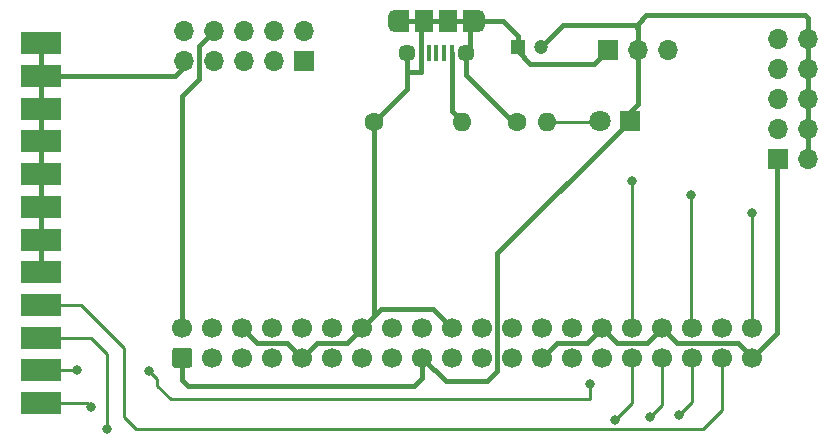
<source format=gbr>
%TF.GenerationSoftware,KiCad,Pcbnew,5.1.12-84ad8e8a86~92~ubuntu18.04.1*%
%TF.CreationDate,2022-06-27T01:27:44+02:00*%
%TF.ProjectId,Parallel-brk,50617261-6c6c-4656-9c2d-62726b2e6b69,rev?*%
%TF.SameCoordinates,Original*%
%TF.FileFunction,Copper,L1,Top*%
%TF.FilePolarity,Positive*%
%FSLAX46Y46*%
G04 Gerber Fmt 4.6, Leading zero omitted, Abs format (unit mm)*
G04 Created by KiCad (PCBNEW 5.1.12-84ad8e8a86~92~ubuntu18.04.1) date 2022-06-27 01:27:44*
%MOMM*%
%LPD*%
G01*
G04 APERTURE LIST*
%TA.AperFunction,SMDPad,CuDef*%
%ADD10R,3.480000X1.846667*%
%TD*%
%TA.AperFunction,ComponentPad*%
%ADD11O,1.700000X1.700000*%
%TD*%
%TA.AperFunction,ComponentPad*%
%ADD12R,1.700000X1.700000*%
%TD*%
%TA.AperFunction,ComponentPad*%
%ADD13O,1.600000X1.600000*%
%TD*%
%TA.AperFunction,ComponentPad*%
%ADD14C,1.600000*%
%TD*%
%TA.AperFunction,SMDPad,CuDef*%
%ADD15R,1.200000X1.900000*%
%TD*%
%TA.AperFunction,ComponentPad*%
%ADD16O,1.200000X1.900000*%
%TD*%
%TA.AperFunction,SMDPad,CuDef*%
%ADD17R,1.500000X1.900000*%
%TD*%
%TA.AperFunction,ComponentPad*%
%ADD18C,1.450000*%
%TD*%
%TA.AperFunction,SMDPad,CuDef*%
%ADD19R,0.400000X1.350000*%
%TD*%
%TA.AperFunction,ComponentPad*%
%ADD20C,1.700000*%
%TD*%
%TA.AperFunction,ComponentPad*%
%ADD21C,1.800000*%
%TD*%
%TA.AperFunction,ComponentPad*%
%ADD22R,1.800000X1.800000*%
%TD*%
%TA.AperFunction,ComponentPad*%
%ADD23C,1.200000*%
%TD*%
%TA.AperFunction,ComponentPad*%
%ADD24R,1.200000X1.200000*%
%TD*%
%TA.AperFunction,ViaPad*%
%ADD25C,0.800000*%
%TD*%
%TA.AperFunction,Conductor*%
%ADD26C,0.400000*%
%TD*%
%TA.AperFunction,Conductor*%
%ADD27C,0.250000*%
%TD*%
G04 APERTURE END LIST*
D10*
%TO.P,J1,25*%
%TO.N,GND*%
X100550000Y-47015000D03*
%TO.P,J1,24*%
X100550000Y-49785000D03*
%TO.P,J1,23*%
X100550000Y-52555000D03*
%TO.P,J1,22*%
X100550000Y-55325000D03*
%TO.P,J1,21*%
X100550000Y-58095000D03*
%TO.P,J1,20*%
X100550000Y-60865000D03*
%TO.P,J1,19*%
X100550000Y-63635000D03*
%TO.P,J1,18*%
X100550000Y-66405000D03*
%TO.P,J1,17*%
%TO.N,/c3*%
X100550000Y-69175000D03*
%TO.P,J1,16*%
%TO.N,/c2*%
X100550000Y-71945000D03*
%TO.P,J1,15*%
%TO.N,/s3*%
X100550000Y-74715000D03*
%TO.P,J1,14*%
%TO.N,/c1*%
X100550000Y-77485000D03*
%TD*%
D11*
%TO.P,J6,10*%
%TO.N,+5V*%
X112690000Y-46010000D03*
%TO.P,J6,9*%
%TO.N,GND*%
X112690000Y-48550000D03*
%TO.P,J6,8*%
%TO.N,+5V*%
X115230000Y-46010000D03*
%TO.P,J6,7*%
%TO.N,GND*%
X115230000Y-48550000D03*
%TO.P,J6,6*%
%TO.N,+5V*%
X117770000Y-46010000D03*
%TO.P,J6,5*%
%TO.N,GND*%
X117770000Y-48550000D03*
%TO.P,J6,4*%
%TO.N,+5V*%
X120310000Y-46010000D03*
%TO.P,J6,3*%
%TO.N,GND*%
X120310000Y-48550000D03*
%TO.P,J6,2*%
%TO.N,+5V*%
X122850000Y-46010000D03*
D12*
%TO.P,J6,1*%
%TO.N,GND*%
X122850000Y-48550000D03*
%TD*%
D11*
%TO.P,J5,10*%
%TO.N,+3V3*%
X165540000Y-46690000D03*
%TO.P,J5,9*%
%TO.N,GND*%
X163000000Y-46690000D03*
%TO.P,J5,8*%
%TO.N,+3V3*%
X165540000Y-49230000D03*
%TO.P,J5,7*%
%TO.N,GND*%
X163000000Y-49230000D03*
%TO.P,J5,6*%
%TO.N,+3V3*%
X165540000Y-51770000D03*
%TO.P,J5,5*%
%TO.N,GND*%
X163000000Y-51770000D03*
%TO.P,J5,4*%
%TO.N,+3V3*%
X165540000Y-54310000D03*
%TO.P,J5,3*%
%TO.N,GND*%
X163000000Y-54310000D03*
%TO.P,J5,2*%
%TO.N,+3V3*%
X165540000Y-56850000D03*
D12*
%TO.P,J5,1*%
%TO.N,GND*%
X163000000Y-56850000D03*
%TD*%
D13*
%TO.P,R1,2*%
%TO.N,Net-(D1-Pad2)*%
X143440000Y-53650000D03*
D14*
%TO.P,R1,1*%
%TO.N,GND*%
X140900000Y-53650000D03*
%TD*%
D11*
%TO.P,J4,3*%
%TO.N,+5V*%
X153680000Y-47550000D03*
%TO.P,J4,2*%
%TO.N,+3V3*%
X151140000Y-47550000D03*
D12*
%TO.P,J4,1*%
%TO.N,GND*%
X148600000Y-47550000D03*
%TD*%
D15*
%TO.P,J3,6*%
%TO.N,GND*%
X136950000Y-45162500D03*
X131150000Y-45162500D03*
D16*
X130550000Y-45162500D03*
X137550000Y-45162500D03*
D17*
X135050000Y-45162500D03*
D18*
X131550000Y-47862500D03*
D19*
%TO.P,J3,3*%
%TO.N,Net-(J3-Pad3)*%
X134050000Y-47862500D03*
%TO.P,J3,4*%
%TO.N,Net-(J3-Pad4)*%
X133400000Y-47862500D03*
%TO.P,J3,5*%
%TO.N,GND*%
X132750000Y-47862500D03*
%TO.P,J3,1*%
%TO.N,+5V*%
X135350000Y-47862500D03*
%TO.P,J3,2*%
%TO.N,Net-(J3-Pad2)*%
X134700000Y-47862500D03*
D18*
%TO.P,J3,6*%
%TO.N,GND*%
X136550000Y-47862500D03*
D17*
X133050000Y-45162500D03*
%TD*%
D20*
%TO.P,J2,40*%
%TO.N,/s7*%
X160810000Y-71110000D03*
%TO.P,J2,38*%
%TO.N,/s6*%
X158270000Y-71110000D03*
%TO.P,J2,36*%
%TO.N,/s5*%
X155730000Y-71110000D03*
%TO.P,J2,34*%
%TO.N,GND*%
X153190000Y-71110000D03*
%TO.P,J2,32*%
%TO.N,/s4*%
X150650000Y-71110000D03*
%TO.P,J2,30*%
%TO.N,GND*%
X148110000Y-71110000D03*
%TO.P,J2,28*%
%TO.N,/s3*%
X145570000Y-71110000D03*
%TO.P,J2,26*%
%TO.N,Net-(J2-Pad26)*%
X143030000Y-71110000D03*
%TO.P,J2,24*%
%TO.N,Net-(J2-Pad24)*%
X140490000Y-71110000D03*
%TO.P,J2,22*%
%TO.N,Net-(J2-Pad22)*%
X137950000Y-71110000D03*
%TO.P,J2,20*%
%TO.N,GND*%
X135410000Y-71110000D03*
%TO.P,J2,18*%
%TO.N,Net-(J2-Pad18)*%
X132870000Y-71110000D03*
%TO.P,J2,16*%
%TO.N,Net-(J2-Pad16)*%
X130330000Y-71110000D03*
%TO.P,J2,14*%
%TO.N,GND*%
X127790000Y-71110000D03*
%TO.P,J2,12*%
%TO.N,Net-(J2-Pad12)*%
X125250000Y-71110000D03*
%TO.P,J2,10*%
%TO.N,Net-(J2-Pad10)*%
X122710000Y-71110000D03*
%TO.P,J2,8*%
%TO.N,Net-(J2-Pad8)*%
X120170000Y-71110000D03*
%TO.P,J2,6*%
%TO.N,GND*%
X117630000Y-71110000D03*
%TO.P,J2,4*%
%TO.N,+5V*%
X115090000Y-71110000D03*
%TO.P,J2,2*%
X112550000Y-71110000D03*
%TO.P,J2,39*%
%TO.N,GND*%
X160810000Y-73650000D03*
%TO.P,J2,37*%
%TO.N,/c3*%
X158270000Y-73650000D03*
%TO.P,J2,35*%
%TO.N,/c2*%
X155730000Y-73650000D03*
%TO.P,J2,33*%
%TO.N,/c1*%
X153190000Y-73650000D03*
%TO.P,J2,31*%
%TO.N,/c0*%
X150650000Y-73650000D03*
%TO.P,J2,29*%
%TO.N,Net-(J2-Pad29)*%
X148110000Y-73650000D03*
%TO.P,J2,27*%
%TO.N,Net-(J2-Pad27)*%
X145570000Y-73650000D03*
%TO.P,J2,25*%
%TO.N,GND*%
X143030000Y-73650000D03*
%TO.P,J2,23*%
%TO.N,Net-(J2-Pad23)*%
X140490000Y-73650000D03*
%TO.P,J2,21*%
%TO.N,/d7*%
X137950000Y-73650000D03*
%TO.P,J2,19*%
%TO.N,/d6*%
X135410000Y-73650000D03*
%TO.P,J2,17*%
%TO.N,+3V3*%
X132870000Y-73650000D03*
%TO.P,J2,15*%
%TO.N,/d5*%
X130330000Y-73650000D03*
%TO.P,J2,13*%
%TO.N,/d4*%
X127790000Y-73650000D03*
%TO.P,J2,11*%
%TO.N,/d3*%
X125250000Y-73650000D03*
%TO.P,J2,9*%
%TO.N,GND*%
X122710000Y-73650000D03*
%TO.P,J2,7*%
%TO.N,/d2*%
X120170000Y-73650000D03*
%TO.P,J2,5*%
%TO.N,/d1*%
X117630000Y-73650000D03*
%TO.P,J2,3*%
%TO.N,/d0*%
X115090000Y-73650000D03*
%TO.P,J2,1*%
%TO.N,+3V3*%
%TA.AperFunction,ComponentPad*%
G36*
G01*
X113150000Y-74500000D02*
X111950000Y-74500000D01*
G75*
G02*
X111700000Y-74250000I0J250000D01*
G01*
X111700000Y-73050000D01*
G75*
G02*
X111950000Y-72800000I250000J0D01*
G01*
X113150000Y-72800000D01*
G75*
G02*
X113400000Y-73050000I0J-250000D01*
G01*
X113400000Y-74250000D01*
G75*
G02*
X113150000Y-74500000I-250000J0D01*
G01*
G37*
%TD.AperFunction*%
%TD*%
D21*
%TO.P,D1,2*%
%TO.N,Net-(D1-Pad2)*%
X147910000Y-53600000D03*
D22*
%TO.P,D1,1*%
%TO.N,+3V3*%
X150450000Y-53600000D03*
%TD*%
D23*
%TO.P,C2,2*%
%TO.N,+3V3*%
X142950000Y-47350000D03*
D24*
%TO.P,C2,1*%
%TO.N,GND*%
X140950000Y-47350000D03*
%TD*%
D13*
%TO.P,C1,2*%
%TO.N,+5V*%
X136250000Y-53650000D03*
D14*
%TO.P,C1,1*%
%TO.N,GND*%
X128750000Y-53650000D03*
%TD*%
D25*
%TO.N,/c2*%
X154650000Y-78450000D03*
X106150000Y-79650000D03*
%TO.N,/s3*%
X147100000Y-75900000D03*
X103650000Y-74700000D03*
X109750000Y-74750000D03*
%TO.N,/c1*%
X104850000Y-77850000D03*
X152150000Y-78700000D03*
%TO.N,/s4*%
X150650000Y-58700000D03*
%TO.N,/s5*%
X155600000Y-59900000D03*
%TO.N,/s7*%
X160800000Y-61350000D03*
%TO.N,/c0*%
X149150000Y-78950000D03*
%TD*%
D26*
%TO.N,+5V*%
X135350000Y-52750000D02*
X136250000Y-53650000D01*
X135350000Y-52750000D02*
X135350000Y-47862500D01*
X113979999Y-47260001D02*
X113979999Y-50029999D01*
X115230000Y-46010000D02*
X113979999Y-47260001D01*
X112550000Y-51459998D02*
X112550000Y-71110000D01*
X113979999Y-50029999D02*
X112550000Y-51459998D01*
%TO.N,GND*%
X140537500Y-53650000D02*
X140900000Y-53650000D01*
X136550000Y-49662500D02*
X140537500Y-53650000D01*
X140562500Y-46962500D02*
X140950000Y-47350000D01*
X140950000Y-47350000D02*
X140950000Y-47700000D01*
X140950000Y-47700000D02*
X142000000Y-48750000D01*
X147400000Y-48750000D02*
X148600000Y-47550000D01*
X142000000Y-48750000D02*
X147400000Y-48750000D01*
X131150000Y-45162500D02*
X133050000Y-45162500D01*
X133050000Y-45162500D02*
X135050000Y-45162500D01*
X135050000Y-45162500D02*
X136950000Y-45162500D01*
X136950000Y-47462500D02*
X136550000Y-47862500D01*
X136950000Y-45162500D02*
X136950000Y-47462500D01*
X136550000Y-49662500D02*
X136550000Y-47862500D01*
X131550000Y-50850000D02*
X128750000Y-53650000D01*
X132750000Y-47862500D02*
X132750000Y-49450000D01*
X131700000Y-49450000D02*
X131550000Y-49600000D01*
X132750000Y-49450000D02*
X131700000Y-49450000D01*
X131550000Y-47862500D02*
X131550000Y-49600000D01*
X131550000Y-49600000D02*
X131550000Y-50850000D01*
X132750000Y-45462500D02*
X133050000Y-45162500D01*
X132750000Y-47862500D02*
X132750000Y-45462500D01*
X136950000Y-45162500D02*
X139712500Y-45162500D01*
X140950000Y-46400000D02*
X140950000Y-47350000D01*
X139712500Y-45162500D02*
X140950000Y-46400000D01*
X121459999Y-72399999D02*
X122710000Y-73650000D01*
X118919999Y-72399999D02*
X121459999Y-72399999D01*
X117630000Y-71110000D02*
X118919999Y-72399999D01*
X126500001Y-72399999D02*
X127790000Y-71110000D01*
X123960001Y-72399999D02*
X126500001Y-72399999D01*
X122710000Y-73650000D02*
X123960001Y-72399999D01*
X127790000Y-71110000D02*
X129400000Y-69500000D01*
X133800000Y-69500000D02*
X135410000Y-71110000D01*
X129400000Y-69500000D02*
X133800000Y-69500000D01*
X146820001Y-72399999D02*
X148110000Y-71110000D01*
X144280001Y-72399999D02*
X146820001Y-72399999D01*
X143030000Y-73650000D02*
X144280001Y-72399999D01*
X151939999Y-72360001D02*
X153190000Y-71110000D01*
X149360001Y-72360001D02*
X151939999Y-72360001D01*
X148110000Y-71110000D02*
X149360001Y-72360001D01*
X154479999Y-72399999D02*
X159599999Y-72399999D01*
X153190000Y-71110000D02*
X154479999Y-72399999D01*
X160810000Y-73610000D02*
X160810000Y-73650000D01*
X159599999Y-72399999D02*
X160810000Y-73610000D01*
X100550000Y-47015000D02*
X100550000Y-49785000D01*
X100550000Y-49785000D02*
X100550000Y-52555000D01*
X100550000Y-52555000D02*
X100550000Y-55325000D01*
X100550000Y-55325000D02*
X100550000Y-58095000D01*
X100550000Y-58095000D02*
X100550000Y-60865000D01*
X100550000Y-60865000D02*
X100550000Y-63635000D01*
X100550000Y-63635000D02*
X100550000Y-66405000D01*
X100550000Y-49785000D02*
X111935000Y-49785000D01*
X112690000Y-49030000D02*
X112690000Y-48550000D01*
X111935000Y-49785000D02*
X112690000Y-49030000D01*
X128750000Y-70150000D02*
X127790000Y-71110000D01*
X128750000Y-53650000D02*
X128750000Y-70150000D01*
X160810000Y-73650000D02*
X162900000Y-71560000D01*
X162900000Y-56950000D02*
X163000000Y-56850000D01*
X162900000Y-71560000D02*
X162900000Y-56950000D01*
%TO.N,+3V3*%
X142950000Y-47350000D02*
X144800000Y-45500000D01*
X144800000Y-45500000D02*
X150850000Y-45500000D01*
X151140000Y-45790000D02*
X151140000Y-47550000D01*
X150850000Y-45500000D02*
X151140000Y-45790000D01*
X150450000Y-53600000D02*
X150450000Y-52850000D01*
X151140000Y-52160000D02*
X151140000Y-47550000D01*
X150450000Y-52850000D02*
X151140000Y-52160000D01*
X151140000Y-47550000D02*
X151140000Y-45360000D01*
X151140000Y-45360000D02*
X151850000Y-44650000D01*
X151850000Y-44650000D02*
X165300000Y-44650000D01*
X165540000Y-44890000D02*
X165540000Y-46690000D01*
X165300000Y-44650000D02*
X165540000Y-44890000D01*
X165540000Y-46690000D02*
X165540000Y-49230000D01*
X165540000Y-49230000D02*
X165540000Y-51770000D01*
X165540000Y-51770000D02*
X165540000Y-54310000D01*
X165540000Y-54310000D02*
X165540000Y-56850000D01*
X112550000Y-73650000D02*
X112550000Y-75550000D01*
X112550000Y-75550000D02*
X113000000Y-76000000D01*
X113000000Y-76000000D02*
X132200000Y-76000000D01*
X132870000Y-75330000D02*
X132870000Y-73650000D01*
X132200000Y-76000000D02*
X132870000Y-75330000D01*
X139239999Y-64810001D02*
X150450000Y-53600000D01*
X139239999Y-74760001D02*
X139239999Y-64810001D01*
X132870000Y-73650000D02*
X134870000Y-75650000D01*
X138350000Y-75650000D02*
X139239999Y-74760001D01*
X134870000Y-75650000D02*
X138350000Y-75650000D01*
D27*
%TO.N,Net-(D1-Pad2)*%
X147860000Y-53650000D02*
X147910000Y-53600000D01*
X143440000Y-53650000D02*
X147860000Y-53650000D01*
%TO.N,/c3*%
X100550000Y-69175000D02*
X103975000Y-69175000D01*
X103975000Y-69175000D02*
X107650000Y-72850000D01*
X107650000Y-72850000D02*
X107650000Y-78700000D01*
X108625001Y-79675001D02*
X156674999Y-79675001D01*
X107650000Y-78700000D02*
X108625001Y-79675001D01*
X158270000Y-78080000D02*
X158270000Y-73650000D01*
X156674999Y-79675001D02*
X158270000Y-78080000D01*
%TO.N,/c2*%
X155730000Y-73650000D02*
X155730000Y-77370000D01*
X155730000Y-77370000D02*
X154650000Y-78450000D01*
X104795000Y-71945000D02*
X100550000Y-71945000D01*
X106150000Y-79650000D02*
X106150000Y-73300000D01*
X106150000Y-73300000D02*
X104795000Y-71945000D01*
%TO.N,/s3*%
X100550000Y-74715000D02*
X102865000Y-74715000D01*
X100550000Y-74715000D02*
X103635000Y-74715000D01*
X103635000Y-74715000D02*
X103650000Y-74700000D01*
X109750000Y-74750000D02*
X110450000Y-75450000D01*
X110450000Y-75450000D02*
X110450000Y-76000000D01*
X111600000Y-77150000D02*
X147100000Y-77150000D01*
X110450000Y-76000000D02*
X111600000Y-77150000D01*
X147100000Y-77150000D02*
X147100000Y-75900000D01*
%TO.N,/c1*%
X100550000Y-77485000D02*
X104485000Y-77485000D01*
X104485000Y-77485000D02*
X104850000Y-77850000D01*
X153190000Y-77660000D02*
X153190000Y-73650000D01*
X152150000Y-78700000D02*
X153190000Y-77660000D01*
%TO.N,/s4*%
X150650000Y-58700000D02*
X150650000Y-71110000D01*
%TO.N,/s5*%
X155600000Y-70980000D02*
X155730000Y-71110000D01*
X155600000Y-59900000D02*
X155600000Y-70980000D01*
%TO.N,/s7*%
X160800000Y-71100000D02*
X160810000Y-71110000D01*
X160800000Y-61350000D02*
X160800000Y-71100000D01*
%TO.N,/c0*%
X150650000Y-77450000D02*
X150650000Y-73650000D01*
X149150000Y-78950000D02*
X150650000Y-77450000D01*
%TD*%
M02*

</source>
